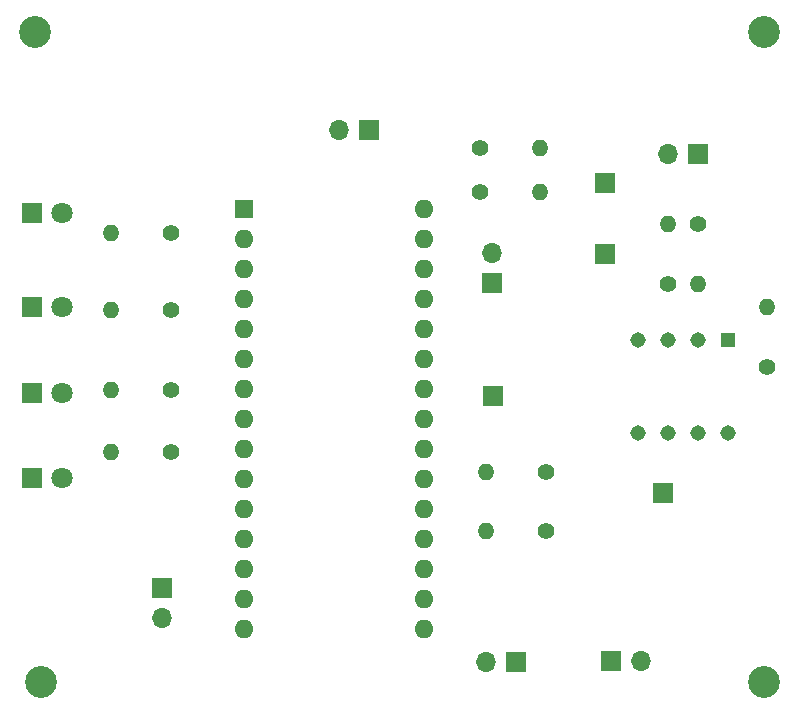
<source format=gbr>
%TF.GenerationSoftware,KiCad,Pcbnew,9.0.0*%
%TF.CreationDate,2025-03-12T10:53:54-03:00*%
%TF.ProjectId,ReceiverSide,52656365-6976-4657-9253-6964652e6b69,rev?*%
%TF.SameCoordinates,Original*%
%TF.FileFunction,Soldermask,Bot*%
%TF.FilePolarity,Negative*%
%FSLAX46Y46*%
G04 Gerber Fmt 4.6, Leading zero omitted, Abs format (unit mm)*
G04 Created by KiCad (PCBNEW 9.0.0) date 2025-03-12 10:53:54*
%MOMM*%
%LPD*%
G01*
G04 APERTURE LIST*
%ADD10C,2.700000*%
%ADD11R,1.700000X1.700000*%
%ADD12O,1.700000X1.700000*%
%ADD13R,1.800000X1.800000*%
%ADD14C,1.800000*%
%ADD15C,1.400000*%
%ADD16O,1.400000X1.400000*%
%ADD17R,1.308000X1.308000*%
%ADD18C,1.308000*%
%ADD19R,1.600000X1.600000*%
%ADD20O,1.600000X1.600000*%
G04 APERTURE END LIST*
D10*
%TO.C,H1*%
X124750000Y-60500000D03*
%TD*%
%TO.C,H2*%
X125250000Y-115500000D03*
%TD*%
D11*
%TO.C,GND2*%
X173000000Y-73250000D03*
%TD*%
%TO.C,GND1*%
X173000000Y-79250000D03*
%TD*%
%TO.C,OP-PWR-IN1*%
X153000000Y-68775000D03*
D12*
X150460000Y-68775000D03*
%TD*%
D13*
%TO.C,D2*%
X124480000Y-83750000D03*
D14*
X127020000Y-83750000D03*
%TD*%
D15*
%TO.C,R3*%
X136290000Y-90750000D03*
D16*
X131210000Y-90750000D03*
%TD*%
D17*
%TO.C,Op-Amp1*%
X183435000Y-86565000D03*
D18*
X180895000Y-86565000D03*
X178355000Y-86565000D03*
X175815000Y-86565000D03*
X175815000Y-94435000D03*
X178355000Y-94435000D03*
X180895000Y-94435000D03*
X183435000Y-94435000D03*
%TD*%
D11*
%TO.C,OP-IN1*%
X180895000Y-70775000D03*
D12*
X178355000Y-70775000D03*
%TD*%
D15*
%TO.C,R2*%
X136290000Y-84000000D03*
D16*
X131210000Y-84000000D03*
%TD*%
D10*
%TO.C,H3*%
X186500000Y-115500000D03*
%TD*%
D15*
%TO.C,ACC2*%
X168040000Y-97750000D03*
D16*
X162960000Y-97750000D03*
%TD*%
D11*
%TO.C,OP-PWR1*%
X173500000Y-113725000D03*
D12*
X176040000Y-113725000D03*
%TD*%
D15*
%TO.C,ACC1*%
X168040000Y-102750000D03*
D16*
X162960000Y-102750000D03*
%TD*%
D13*
%TO.C,D4*%
X124480000Y-98250000D03*
D14*
X127020000Y-98250000D03*
%TD*%
D15*
%TO.C,R5*%
X162460000Y-70250000D03*
D16*
X167540000Y-70250000D03*
%TD*%
D10*
%TO.C,H4*%
X186500000Y-60500000D03*
%TD*%
D19*
%TO.C,A1*%
X142480000Y-75440000D03*
D20*
X142480000Y-77980000D03*
X142480000Y-80520000D03*
X142480000Y-83060000D03*
X142480000Y-85600000D03*
X142480000Y-88140000D03*
X142480000Y-90680000D03*
X142480000Y-93220000D03*
X142480000Y-95760000D03*
X142480000Y-98300000D03*
X142480000Y-100840000D03*
X142480000Y-103380000D03*
X142480000Y-105920000D03*
X142480000Y-108460000D03*
X142480000Y-111000000D03*
X157720000Y-111000000D03*
X157720000Y-108460000D03*
X157720000Y-105920000D03*
X157720000Y-103380000D03*
X157720000Y-100840000D03*
X157720000Y-98300000D03*
X157720000Y-95760000D03*
X157720000Y-93220000D03*
X157720000Y-90680000D03*
X157720000Y-88140000D03*
X157720000Y-85600000D03*
X157720000Y-83060000D03*
X157720000Y-80520000D03*
X157720000Y-77980000D03*
X157720000Y-75440000D03*
%TD*%
D15*
%TO.C,ACC3*%
X178355000Y-81790000D03*
D16*
X178355000Y-76710000D03*
%TD*%
D13*
%TO.C,D1*%
X124480000Y-75750000D03*
D14*
X127020000Y-75750000D03*
%TD*%
D15*
%TO.C,ACC4*%
X180895000Y-76709999D03*
D16*
X180895000Y-81789999D03*
%TD*%
D15*
%TO.C,R4*%
X136290000Y-96000000D03*
D16*
X131210000Y-96000000D03*
%TD*%
D15*
%TO.C,PR1*%
X162460000Y-74000000D03*
D16*
X167540000Y-74000000D03*
%TD*%
D11*
%TO.C,Speaker1*%
X135525000Y-107500000D03*
D12*
X135525000Y-110040000D03*
%TD*%
D15*
%TO.C,ACC5*%
X186750000Y-88830000D03*
D16*
X186750000Y-83750000D03*
%TD*%
D15*
%TO.C,R1*%
X136290000Y-77500000D03*
D16*
X131210000Y-77500000D03*
%TD*%
D11*
%TO.C,Hall1*%
X163475000Y-81750000D03*
D12*
X163475000Y-79210000D03*
%TD*%
D11*
%TO.C,HALL-IN1*%
X163500000Y-91250000D03*
%TD*%
%TO.C,AUX-PWR1*%
X165500000Y-113775000D03*
D12*
X162960000Y-113775000D03*
%TD*%
D13*
%TO.C,D3*%
X124480000Y-91000000D03*
D14*
X127020000Y-91000000D03*
%TD*%
D11*
%TO.C,OP-OUT1*%
X177895000Y-99500000D03*
%TD*%
M02*

</source>
